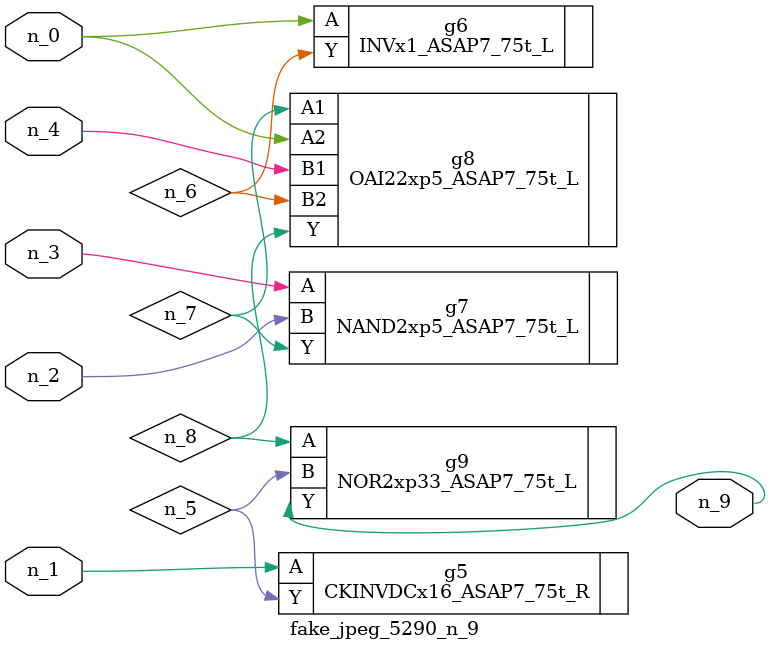
<source format=v>
module fake_jpeg_5290_n_9 (n_3, n_2, n_1, n_0, n_4, n_9);

input n_3;
input n_2;
input n_1;
input n_0;
input n_4;

output n_9;

wire n_8;
wire n_6;
wire n_5;
wire n_7;

CKINVDCx16_ASAP7_75t_R g5 ( 
.A(n_1),
.Y(n_5)
);

INVx1_ASAP7_75t_L g6 ( 
.A(n_0),
.Y(n_6)
);

NAND2xp5_ASAP7_75t_L g7 ( 
.A(n_3),
.B(n_2),
.Y(n_7)
);

OAI22xp5_ASAP7_75t_L g8 ( 
.A1(n_7),
.A2(n_0),
.B1(n_4),
.B2(n_6),
.Y(n_8)
);

NOR2xp33_ASAP7_75t_L g9 ( 
.A(n_8),
.B(n_5),
.Y(n_9)
);


endmodule
</source>
